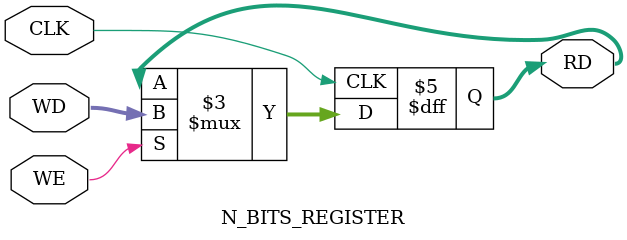
<source format=sv>
module N_BITS_REGISTER #(parameter BITS = 32) (CLK, WE, WD, RD);

	input 				      CLK, WE; // Clock, Write enable
	input  		 [BITS-1:0] WD;		// Write data
	output logic [BITS-1:0] RD;		// Read data
	
	initial begin
		RD = {BITS{1'b0}};
	end

	always @(posedge CLK) begin
		if (WE) RD <= WD;
	end
	 
endmodule 

</source>
